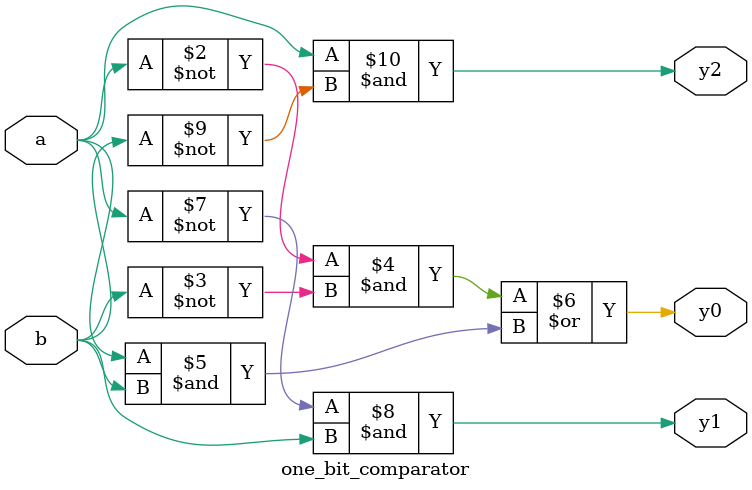
<source format=v>
module one_bit_comparator(input a,
                          input b,
                          output reg y0,y1,y2
                         );
  always @(*)begin
    y0 = (~a & ~b) | (a & b);
    y1 = (~a & b);
    y2 = (a & ~b);
  end
endmodule

</source>
